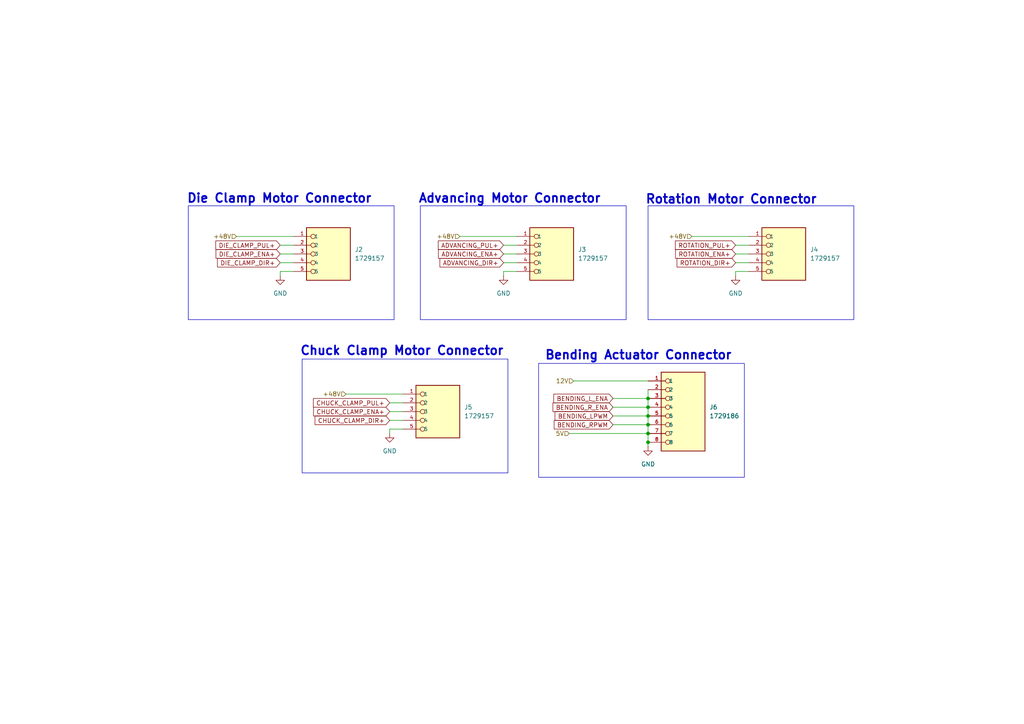
<source format=kicad_sch>
(kicad_sch (version 20231120) (generator "eeschema") (generator_version "8.0")
  (paper "A4")
  (lib_symbols
    (symbol "1729157:1729157" (pin_names (offset 1.016))
      (property "Reference" "J" (at -6.85 7.62 0))
      (property "Value" "1729157" (at -6.35 -10.16 0))
      (symbol "1729157_0_0"
        (rectangle (start -6.35 -7.62) (end 6.35 7.62) (stroke (width 0.254)) (fill (type background)))
        (circle (center -4.445 -5.08) (radius 0.635) (stroke (width 0.1524)))
        (circle (center -4.445 -2.54) (radius 0.635) (stroke (width 0.1524)))
        (circle (center -4.445 0) (radius 0.635) (stroke (width 0.1524)))
        (circle (center -4.445 2.54) (radius 0.635) (stroke (width 0.1524)))
        (circle (center -4.445 5.08) (radius 0.635) (stroke (width 0.1524)))
        (pin passive line (at -10.16 5.08 0) (length 5.08) (name "1") (number "1"))
        (pin passive line (at -10.16 2.54 0) (length 5.08) (name "2") (number "2"))
        (pin passive line (at -10.16 0 0) (length 5.08) (name "3") (number "3"))
        (pin passive line (at -10.16 -2.54 0) (length 5.08) (name "4") (number "4"))
        (pin passive line (at -10.16 -5.08 0) (length 5.08) (name "5") (number "5"))
      )
    )
    (symbol "1729186:1729186" (pin_names (offset 1.016))
      (property "Reference" "J" (at -6.85 12.7 0))
      (property "Value" "1729186" (at -6.35 -12.7 0))
      (symbol "1729186_0_0"
        (rectangle (start -6.35 -10.16) (end 6.35 12.7) (stroke (width 0.254)) (fill (type background)))
        (circle (center -4.445 -7.62) (radius 0.635) (stroke (width 0.1524)))
        (circle (center -4.445 -5.08) (radius 0.635) (stroke (width 0.1524)))
        (circle (center -4.445 -2.54) (radius 0.635) (stroke (width 0.1524)))
        (circle (center -4.445 0) (radius 0.635) (stroke (width 0.1524)))
        (circle (center -4.445 2.54) (radius 0.635) (stroke (width 0.1524)))
        (circle (center -4.445 5.08) (radius 0.635) (stroke (width 0.1524)))
        (circle (center -4.445 7.62) (radius 0.635) (stroke (width 0.1524)))
        (circle (center -4.445 10.16) (radius 0.635) (stroke (width 0.1524)))
        (pin passive line (at -10.16 10.16 0) (length 5.08) (name "1") (number "1"))
        (pin passive line (at -10.16 7.62 0) (length 5.08) (name "2") (number "2"))
        (pin passive line (at -10.16 5.08 0) (length 5.08) (name "3") (number "3"))
        (pin passive line (at -10.16 2.54 0) (length 5.08) (name "4") (number "4"))
        (pin passive line (at -10.16 0 0) (length 5.08) (name "5") (number "5"))
        (pin passive line (at -10.16 -2.54 0) (length 5.08) (name "6") (number "6"))
        (pin passive line (at -10.16 -5.08 0) (length 5.08) (name "7") (number "7"))
        (pin passive line (at -10.16 -7.62 0) (length 5.08) (name "8") (number "8"))
      )
    )
    (symbol "power:GND" (power) (pin_numbers hide) (pin_names (offset 0) hide)
      (property "Value" "GND" (at 0 -3.81 0))
      (symbol "GND_0_1"
        (polyline (pts (xy 0 0) (xy 0 -1.27) (xy 1.27 -1.27) (xy 0 -2.54) (xy -1.27 -1.27) (xy 0 -1.27)))
      )
      (symbol "GND_1_1"
        (pin power_in line (at 0 0 270) (length 0) (name "~") (number "1"))
      )
    )
  )
  (junction (at 187.96 123.19))
  (junction (at 187.96 128.27))
  (junction (at 187.96 115.57))
  (junction (at 187.96 118.11))
  (junction (at 187.96 125.73))
  (junction (at 187.96 120.65))
  (wire (pts (xy 166.37 110.49) (xy 187.96 110.49)))
  (wire (pts (xy 187.96 129.54) (xy 187.96 128.27)))
  (wire (pts (xy 187.96 123.19) (xy 187.96 125.73)))
  (wire (pts (xy 113.03 124.46) (xy 113.03 125.73)))
  (wire (pts (xy 146.05 78.74) (xy 146.05 80.01)))
  (wire (pts (xy 113.03 121.92) (xy 116.84 121.92)))
  (wire (pts (xy 213.36 73.66) (xy 217.17 73.66)))
  (wire (pts (xy 187.96 125.73) (xy 187.96 128.27)))
  (wire (pts (xy 81.28 78.74) (xy 81.28 80.01)))
  (wire (pts (xy 177.8 118.11) (xy 187.96 118.11)))
  (wire (pts (xy 187.96 120.65) (xy 187.96 123.19)))
  (wire (pts (xy 68.58 68.58) (xy 85.09 68.58)))
  (wire (pts (xy 146.05 73.66) (xy 149.86 73.66)))
  (wire (pts (xy 116.84 124.46) (xy 113.03 124.46)))
  (wire (pts (xy 81.28 76.2) (xy 85.09 76.2)))
  (wire (pts (xy 146.05 76.2) (xy 149.86 76.2)))
  (wire (pts (xy 85.09 78.74) (xy 81.28 78.74)))
  (wire (pts (xy 187.96 118.11) (xy 187.96 120.65)))
  (wire (pts (xy 177.8 115.57) (xy 187.96 115.57)))
  (wire (pts (xy 113.03 116.84) (xy 116.84 116.84)))
  (wire (pts (xy 81.28 71.12) (xy 85.09 71.12)))
  (wire (pts (xy 213.36 78.74) (xy 213.36 80.01)))
  (wire (pts (xy 133.35 68.58) (xy 149.86 68.58)))
  (wire (pts (xy 213.36 71.12) (xy 217.17 71.12)))
  (wire (pts (xy 213.36 76.2) (xy 217.17 76.2)))
  (wire (pts (xy 113.03 119.38) (xy 116.84 119.38)))
  (wire (pts (xy 187.96 115.57) (xy 187.96 118.11)))
  (wire (pts (xy 177.8 123.19) (xy 187.96 123.19)))
  (wire (pts (xy 149.86 78.74) (xy 146.05 78.74)))
  (wire (pts (xy 100.33 114.3) (xy 116.84 114.3)))
  (wire (pts (xy 146.05 71.12) (xy 149.86 71.12)))
  (wire (pts (xy 187.96 113.03) (xy 187.96 115.57)))
  (wire (pts (xy 200.66 68.58) (xy 217.17 68.58)))
  (wire (pts (xy 165.1 125.73) (xy 187.96 125.73)))
  (wire (pts (xy 217.17 78.74) (xy 213.36 78.74)))
  (wire (pts (xy 81.28 73.66) (xy 85.09 73.66)))
  (wire (pts (xy 177.8 120.65) (xy 187.96 120.65)))
  (rectangle (start 121.92 59.69) (end 181.61 92.71))
  (rectangle (start 156.21 105.41) (end 215.9 138.43))
  (rectangle (start 187.96 59.69) (end 247.65 92.71))
  (rectangle (start 87.63 104.14) (end 147.32 137.16))
  (rectangle (start 54.61 59.69) (end 114.3 92.71))
  (text "Chuck Clamp Motor Connector" (at 116.586 101.854 0) (effects (font (size 2.54 2.54) (thickness 0.508) (bold yes))))
  (text "Die Clamp Motor Connector\n" (at 81.026 57.658 0) (effects (font (size 2.54 2.54) (thickness 0.508) (bold yes))))
  (text "Bending Actuator Connector\n" (at 185.166 103.124 0) (effects (font (size 2.54 2.54) (thickness 0.508) (bold yes))))
  (text "Advancing Motor Connector" (at 147.828 57.658 0) (effects (font (size 2.54 2.54) (thickness 0.508) (bold yes))))
  (text "Rotation Motor Connector" (at 212.09 57.912 0) (effects (font (size 2.54 2.54) (thickness 0.508) (bold yes))))
  (global_label "ROTATION_PUL+" (shape input) (at 213.36 71.12 180) (property "Intersheetrefs" "${INTERSHEET_REFS}" (effects (hide yes))))
  (global_label "DIE_CLAMP_PUL+" (shape input) (at 81.28 71.12 180) (property "Intersheetrefs" "${INTERSHEET_REFS}" (effects (hide yes))))
  (global_label "BENDING_RPWM" (shape input) (at 177.8 123.19 180) (property "Intersheetrefs" "${INTERSHEET_REFS}" (effects (hide yes))))
  (global_label "ROTATION_ENA+" (shape input) (at 213.36 73.66 180) (property "Intersheetrefs" "${INTERSHEET_REFS}" (effects (hide yes))))
  (global_label "CHUCK_CLAMP_PUL+" (shape input) (at 113.03 116.84 180) (property "Intersheetrefs" "${INTERSHEET_REFS}" (effects (hide yes))))
  (global_label "ROTATION_DIR+" (shape input) (at 213.36 76.2 180) (property "Intersheetrefs" "${INTERSHEET_REFS}" (effects (hide yes))))
  (global_label "BENDING_R_ENA" (shape input) (at 177.8 118.11 180) (property "Intersheetrefs" "${INTERSHEET_REFS}" (effects (hide yes))))
  (global_label "ADVANCING_PUL+" (shape input) (at 146.05 71.12 180) (property "Intersheetrefs" "${INTERSHEET_REFS}" (effects (hide yes))))
  (global_label "BENDING_L_ENA" (shape input) (at 177.8 115.57 180) (property "Intersheetrefs" "${INTERSHEET_REFS}" (effects (hide yes))))
  (global_label "ADVANCING_ENA+" (shape input) (at 146.05 73.66 180) (property "Intersheetrefs" "${INTERSHEET_REFS}" (effects (hide yes))))
  (global_label "CHUCK_CLAMP_DIR+" (shape input) (at 113.03 121.92 180) (property "Intersheetrefs" "${INTERSHEET_REFS}" (effects (hide yes))))
  (global_label "ADVANCING_DIR+" (shape input) (at 146.05 76.2 180) (property "Intersheetrefs" "${INTERSHEET_REFS}" (effects (hide yes))))
  (global_label "CHUCK_CLAMP_ENA+" (shape input) (at 113.03 119.38 180) (property "Intersheetrefs" "${INTERSHEET_REFS}" (effects (hide yes))))
  (global_label "DIE_CLAMP_ENA+" (shape input) (at 81.28 73.66 180) (property "Intersheetrefs" "${INTERSHEET_REFS}" (effects (hide yes))))
  (global_label "DIE_CLAMP_DIR+" (shape input) (at 81.28 76.2 180) (property "Intersheetrefs" "${INTERSHEET_REFS}" (effects (hide yes))))
  (global_label "BENDING_LPWM" (shape input) (at 177.8 120.65 180) (property "Intersheetrefs" "${INTERSHEET_REFS}" (effects (hide yes))))
  (hierarchical_label "+48V" (shape input) (at 200.66 68.58 180) (property "48V" "48" (effects (hide yes))))
  (hierarchical_label "12V" (shape input) (at 166.37 110.49 180))
  (hierarchical_label "5V" (shape input) (at 165.1 125.73 180))
  (hierarchical_label "+48V" (shape input) (at 133.35 68.58 180) (property "48V" "48" (effects (hide yes))))
  (hierarchical_label "+48V" (shape input) (at 100.33 114.3 180) (property "48V" "48" (effects (hide yes))))
  (hierarchical_label "+48V" (shape input) (at 68.58 68.58 180) (property "48V" "48" (effects (hide yes))))
  (symbol (lib_id "power:GND") (at 113.03 125.73 0) (mirror y) (unit 1)
    (property "Reference" "#PWR033" (effects (hide yes)))
    (property "Value" "GND" (at 113.03 130.81 0))
    (property "Description" "Power symbol creates a global label with name \"GND\" , ground" (effects (hide yes)))
  )
  (symbol (lib_id "power:GND") (at 187.96 129.54 0) (mirror y) (unit 1)
    (property "Reference" "#PWR035" (effects (hide yes)))
    (property "Value" "GND" (at 187.96 134.62 0))
    (property "Description" "Power symbol creates a global label with name \"GND\" , ground" (effects (hide yes)))
  )
  (symbol (lib_id "power:GND") (at 146.05 80.01 0) (mirror y) (unit 1)
    (property "Reference" "#PWR031" (effects (hide yes)))
    (property "Value" "GND" (at 146.05 85.09 0))
    (property "Description" "Power symbol creates a global label with name \"GND\" , ground" (effects (hide yes)))
  )
  (symbol (lib_id "power:GND") (at 213.36 80.01 0) (mirror y) (unit 1)
    (property "Reference" "#PWR032" (effects (hide yes)))
    (property "Value" "GND" (at 213.36 85.09 0))
    (property "Description" "Power symbol creates a global label with name \"GND\" , ground" (effects (hide yes)))
  )
  (symbol (lib_id "1729186:1729186") (at 198.12 120.65 0) (unit 1)
    (property "Reference" "J6" (at 205.74 118.1099 0) (effects (justify left)))
    (property "Value" "1729186" (at 205.74 120.6499 0) (effects (justify left)))
    (property "Footprint" "1729186:PHOENIX_1729186" (effects (hide yes)))
    (property "MANUFACTURER" "PHOENIX" (effects (hide yes)))
  )
  (symbol (lib_id "1729157:1729157") (at 227.33 73.66 0) (unit 1)
    (property "Reference" "J4" (at 234.95 72.3899 0) (effects (justify left)))
    (property "Value" "1729157" (at 234.95 74.9299 0) (effects (justify left)))
    (property "Footprint" "1729157:PHOENIX_1729157" (effects (hide yes)))
    (property "MANUFACTURER" "PHOENIX" (effects (hide yes)))
  )
  (symbol (lib_id "1729157:1729157") (at 160.02 73.66 0) (unit 1)
    (property "Reference" "J3" (at 167.64 72.3899 0) (effects (justify left)))
    (property "Value" "1729157" (at 167.64 74.9299 0) (effects (justify left)))
    (property "Footprint" "1729157:PHOENIX_1729157" (effects (hide yes)))
    (property "MANUFACTURER" "PHOENIX" (effects (hide yes)))
  )
  (symbol (lib_id "power:GND") (at 81.28 80.01 0) (mirror y) (unit 1)
    (property "Reference" "#PWR030" (effects (hide yes)))
    (property "Value" "GND" (at 81.28 85.09 0))
    (property "Description" "Power symbol creates a global label with name \"GND\" , ground" (effects (hide yes)))
  )
  (symbol (lib_id "1729157:1729157") (at 127 119.38 0) (unit 1)
    (property "Reference" "J5" (at 134.62 118.1099 0) (effects (justify left)))
    (property "Value" "1729157" (at 134.62 120.6499 0) (effects (justify left)))
    (property "Footprint" "1729157:PHOENIX_1729157" (effects (hide yes)))
    (property "MANUFACTURER" "PHOENIX" (effects (hide yes)))
  )
  (symbol (lib_id "1729157:1729157") (at 95.25 73.66 0) (unit 1)
    (property "Reference" "J2" (at 102.87 72.3899 0) (effects (justify left)))
    (property "Value" "1729157" (at 102.87 74.9299 0) (effects (justify left)))
    (property "Footprint" "1729157:PHOENIX_1729157" (effects (hide yes)))
    (property "MANUFACTURER" "PHOENIX" (effects (hide yes)))
  )
)
</source>
